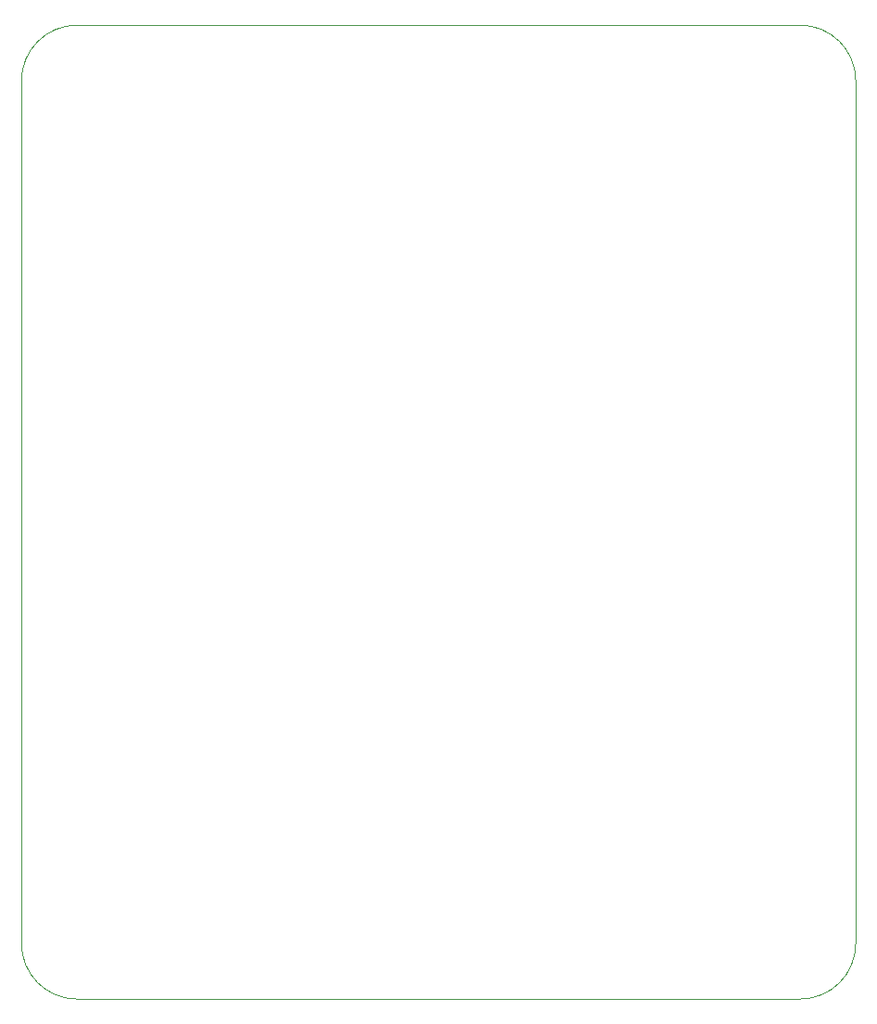
<source format=gm1>
G04 #@! TF.GenerationSoftware,KiCad,Pcbnew,(6.0.4-103-ge02229a234)*
G04 #@! TF.CreationDate,2022-04-10T23:24:48+02:00*
G04 #@! TF.ProjectId,CANduino128 - v1.1 - 6.0.4,43414e64-7569-46e6-9f31-3238202d2076,rev?*
G04 #@! TF.SameCoordinates,Original*
G04 #@! TF.FileFunction,Profile,NP*
%FSLAX46Y46*%
G04 Gerber Fmt 4.6, Leading zero omitted, Abs format (unit mm)*
G04 Created by KiCad (PCBNEW (6.0.4-103-ge02229a234)) date 2022-04-10 23:24:48*
%MOMM*%
%LPD*%
G01*
G04 APERTURE LIST*
G04 #@! TA.AperFunction,Profile*
%ADD10C,0.100000*%
G04 #@! TD*
G04 APERTURE END LIST*
D10*
X121920000Y-129540000D02*
X121920000Y-50800000D01*
X127000000Y-45720000D02*
G75*
G03*
X121920000Y-50800000I0J-5080000D01*
G01*
X198120000Y-50800000D02*
X198120000Y-129540000D01*
X121920000Y-129540000D02*
G75*
G03*
X127000000Y-134620000I5080000J0D01*
G01*
X193040000Y-134620000D02*
X127000000Y-134620000D01*
X198120000Y-50800000D02*
G75*
G03*
X193040000Y-45720000I-5080000J0D01*
G01*
X127000000Y-45720000D02*
X193040000Y-45720000D01*
X193040000Y-134620000D02*
G75*
G03*
X198120000Y-129540000I0J5080000D01*
G01*
M02*

</source>
